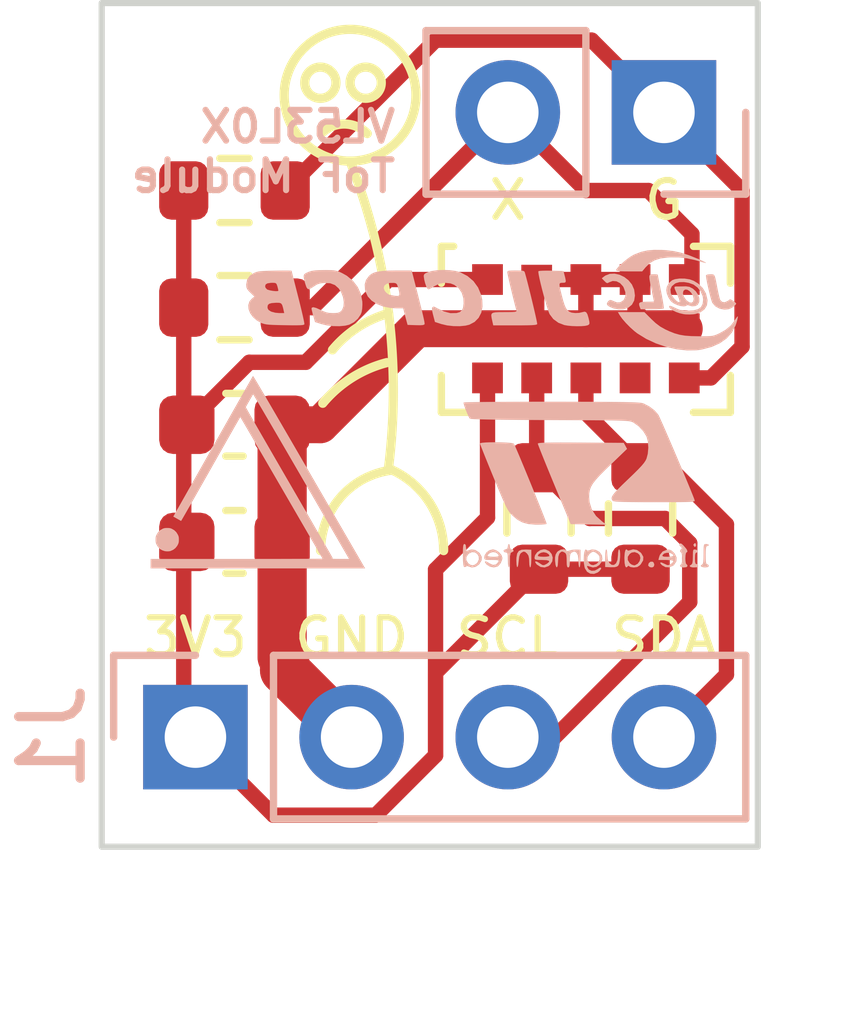
<source format=kicad_pcb>
(kicad_pcb (version 20221018) (generator pcbnew)
  (layers (0 "F.Cu" signal) (31 "B.Cu" signal) (34 "B.Paste" user) (35 "F.Paste" user) (36 "B.SilkS" user "B.Silkscreen") (37 "F.SilkS" user "F.Silkscreen") (38 "B.Mask" user) (39 "F.Mask" user) (44 "Edge.Cuts" user))
  (net 0 "")
  (net 1 "+3V3")
  (net 2 "GND")
  (net 3 "SCL")
  (net 4 "SDA")
  (net 5 "GPIO")
  (net 6 "XSHUT")
  (footprint "Resistor_SMD:R_0603_1608Metric" (layer "F.Cu") (at 73.279 67.564 90)
    (fp_text reference "R2" hide)
    (fp_text value "1.5k" hide)
    (pad "1" smd roundrect (at -0.825 0 90) (size 0.8 0.95) (layers "F.Cu" "F.Paste" "F.Mask") (net 1 "+3V3"))
    (pad "2" smd roundrect (at 0.825 0 90) (size 0.8 0.95) (layers "F.Cu" "F.Paste" "F.Mask") (net 4 "SDA"))
  )
  (footprint "Resistor_SMD:R_0603_1608Metric" (layer "F.Cu") (at 66.675 62.23)
    (fp_text reference "R1" hide)
    (fp_text value "10k" hide)
    (pad "1" smd roundrect (at -0.825 0) (size 0.8 0.95) (layers "F.Cu" "F.Paste" "F.Mask") (net 1 "+3V3"))
    (pad "2" smd roundrect (at 0.825 0) (size 0.8 0.95) (layers "F.Cu" "F.Paste" "F.Mask") (net 5 "GPIO"))
  )
  (footprint "OptoDevice:ST_VL53L0X" (layer "F.Cu") (at 72.39 64.478)
    (fp_text reference "U1" hide)
    (fp_text value "VL53L0X" hide)
    (pad "1" smd rect (at -1.6 -0.8 90) (size 0.5 0.5) (layers "F.Cu" "F.Paste" "F.Mask") (net 1 "+3V3"))
    (pad "2" smd rect (at -0.8 -0.79 90) (size 0.5 0.5) (layers "F.Cu" "F.Paste" "F.Mask") (net 2 "GND"))
    (pad "3" smd rect (at 0 -0.8 90) (size 0.5 0.5) (layers "F.Cu" "F.Paste" "F.Mask") (net 2 "GND"))
    (pad "4" smd rect (at 0.8 -0.8 90) (size 0.5 0.5) (layers "F.Cu" "F.Paste" "F.Mask") (net 2 "GND"))
    (pad "5" smd rect (at 1.6 -0.8 90) (size 0.5 0.5) (layers "F.Cu" "F.Paste" "F.Mask") (net 6 "XSHUT"))
    (pad "6" smd rect (at 1.6 0 90) (size 0.5 0.5) (layers "F.Cu" "F.Paste" "F.Mask") (net 2 "GND"))
    (pad "7" smd rect (at 1.6 0.8 90) (size 0.5 0.5) (layers "F.Cu" "F.Paste" "F.Mask") (net 5 "GPIO"))
    (pad "8" smd rect (at 0.8 0.8 90) (size 0.5 0.5) (layers "F.Cu" "F.Paste" "F.Mask"))
    (pad "9" smd rect (at 0 0.8 90) (size 0.5 0.5) (layers "F.Cu" "F.Paste" "F.Mask") (net 4 "SDA"))
    (pad "10" smd rect (at -0.8 0.8 90) (size 0.5 0.5) (layers "F.Cu" "F.Paste" "F.Mask") (net 3 "SCL"))
    (pad "11" smd rect (at -1.6 0.8 90) (size 0.5 0.5) (layers "F.Cu" "F.Paste" "F.Mask") (net 1 "+3V3"))
    (pad "12" smd rect (at -1.6 0 90) (size 0.5 0.5) (layers "F.Cu" "F.Paste" "F.Mask") (net 2 "GND"))
  )
  (footprint "Capacitor_SMD:C_0603_1608Metric" (layer "F.Cu") (at 66.675 67.945)
    (fp_text reference "C1" hide)
    (fp_text value "0.1u" hide)
    (pad "1" smd roundrect (at -0.775 0) (size 0.9 0.95) (layers "F.Cu" "F.Paste" "F.Mask") (net 1 "+3V3"))
    (pad "2" smd roundrect (at 0.775 0) (size 0.9 0.95) (layers "F.Cu" "F.Paste" "F.Mask") (net 2 "GND"))
  )
  (footprint "Capacitor_SMD:C_0603_1608Metric" (layer "F.Cu") (at 66.675 66.04)
    (fp_text reference "C2" hide)
    (fp_text value "4.7u" hide)
    (pad "1" smd roundrect (at -0.775 0) (size 0.9 0.95) (layers "F.Cu" "F.Paste" "F.Mask") (net 1 "+3V3"))
    (pad "2" smd roundrect (at 0.775 0) (size 0.9 0.95) (layers "F.Cu" "F.Paste" "F.Mask") (net 2 "GND"))
  )
  (footprint "Resistor_SMD:R_0603_1608Metric" (layer "F.Cu") (at 66.675 64.135)
    (fp_text reference "R4" hide)
    (fp_text value "10k" hide)
    (pad "1" smd roundrect (at -0.825 0) (size 0.8 0.95) (layers "F.Cu" "F.Paste" "F.Mask") (net 1 "+3V3"))
    (pad "2" smd roundrect (at 0.825 0) (size 0.8 0.95) (layers "F.Cu" "F.Paste" "F.Mask") (net 6 "XSHUT"))
  )
  (footprint "Resistor_SMD:R_0603_1608Metric" (layer "F.Cu") (at 71.628 67.564 90)
    (fp_text reference "R3" hide)
    (fp_text value "1.5k" hide)
    (pad "1" smd roundrect (at -0.825 0 90) (size 0.8 0.95) (layers "F.Cu" "F.Paste" "F.Mask") (net 1 "+3V3"))
    (pad "2" smd roundrect (at 0.825 0 90) (size 0.8 0.95) (layers "F.Cu" "F.Paste" "F.Mask") (net 3 "SCL"))
  )
  (footprint "Connector_PinHeader_2.54mm:PinHeader_1x02_P2.54mm_Vertical" (layer "B.Cu") (at 73.66 60.96 90)
    (fp_text reference "J2" hide)
    (fp_text value "Conn_01x02" hide)
    (pad "1" thru_hole rect (at 0 0 90) (size 1.7 1.7) (drill 1) (layers "*.Cu" "*.Mask") (net 5 "GPIO"))
    (pad "2" thru_hole oval (at 0 -2.54 90) (size 1.7 1.7) (drill 1) (layers "*.Cu" "*.Mask") (net 6 "XSHUT"))
  )
  (footprint "logo:st_logo_small" (layer "B.Cu") (at 72.39 67.056 180)
    (fp_text reference "G***" hide)
    (fp_text value "LOGO" hide)
  )
  (footprint "logo:tuton_logo_small" (layer "B.Cu") (at 67.056 66.802 180)
    (fp_text reference "G***" hide)
    (fp_text value "LOGO" hide)
  )
  (footprint "logo:jlcpcb_log_small" (layer "B.Cu") (at 70.866 64.008 180)
    (fp_text reference "G***" hide)
    (fp_text value "LOGO" hide)
  )
  (footprint "Connector_PinHeader_2.54mm:PinHeader_1x04_P2.54mm_Vertical" (layer "B.Cu") (at 66.04 71.12 -90)
    (fp_text reference "J1" (at 0 2.33 90) (layer "B.SilkS") (effects (justify mirror)))
    (fp_text value "Conn_01x04")
    (pad "1" thru_hole rect (at 0 0 270) (size 1.7 1.7) (drill 1) (layers "*.Cu" "*.Mask") (net 1 "+3V3"))
    (pad "2" thru_hole oval (at 0 -2.54 270) (size 1.7 1.7) (drill 1) (layers "*.Cu" "*.Mask") (net 2 "GND"))
    (pad "3" thru_hole oval (at 0 -5.08 270) (size 1.7 1.7) (drill 1) (layers "*.Cu" "*.Mask") (net 3 "SCL"))
    (pad "4" thru_hole oval (at 0 -7.62 270) (size 1.7 1.7) (drill 1) (layers "*.Cu" "*.Mask") (net 4 "SDA"))
  )
  (gr_arc (start 68.268971 64.821754) (mid 68.680516 64.455954) (end 69.181525 64.227551) (stroke (width 0.15)) (layer "F.SilkS"))
  (gr_arc (start 69.24142 66.777107) (mid 69.85 67.31) (end 70.076554 68.086542) (stroke (width 0.15)) (layer "F.SilkS"))
  (gr_arc (start 68.554849 61.752535) (mid 69.181525 64.227551) (end 69.175573 66.780666) (stroke (width 0.15)) (layer "F.SilkS"))
  (gr_circle (center 68.80885 60.47715) (end 68.80885 60.73115) (stroke (width 0.15)) (fill none) (layer "F.SilkS"))
  (gr_arc (start 68.085398 61.304119) (mid 68.459699 61.149078) (end 68.834 61.304119) (stroke (width 0.15)) (layer "F.SilkS"))
  (gr_arc (start 68.110512 65.690312) (mid 68.58 65.278) (end 69.153093 65.029032) (stroke (width 0.15)) (layer "F.SilkS"))
  (gr_arc (start 68.07609 68.086542) (mid 68.40961 67.210099) (end 69.24142 66.777108) (stroke (width 0.15)) (layer "F.SilkS"))
  (gr_circle (center 68.55485 60.68085) (end 68.80885 61.722) (stroke (width 0.15)) (fill none) (layer "F.SilkS"))
  (gr_circle (center 68.072 60.47715) (end 68.072 60.73115) (stroke (width 0.15)) (fill none) (layer "F.SilkS"))
  (gr_rect (start 64.516 59.182) (end 75.186 72.902) (stroke (width 0.1)) (fill none) (layer "Edge.Cuts"))
  (gr_text "VL53L0X \nToF Module" (at 69.342 62.29) (layer "B.SilkS") (effects (font (size 0.5 0.5) (thickness 0.1) bold) (justify left bottom mirror)))
  (gr_text "X" (at 71.12 62.738) (layer "F.SilkS") (effects (font (size 0.6 0.6) (thickness 0.1) bold) (justify bottom)))
  (gr_text "SCL\n" (at 71.12 69.85) (layer "F.SilkS") (effects (font (size 0.6 0.6) (thickness 0.1) bold) (justify bottom)))
  (gr_text "3V3" (at 66.04 69.85) (layer "F.SilkS") (effects (font (size 0.6 0.6) (thickness 0.1) bold) (justify bottom)))
  (gr_text "GND\n" (at 68.58 69.85) (layer "F.SilkS") (effects (font (size 0.6 0.6) (thickness 0.1) bold) (justify bottom)))
  (gr_text "G" (at 73.66 62.738) (layer "F.SilkS") (effects (font (size 0.6 0.6) (thickness 0.1) bold) (justify bottom)))
  (gr_text "SDA" (at 73.66 69.85) (layer "F.SilkS") (effects (font (size 0.6 0.6) (thickness 0.1) bold) (justify bottom)))
  (segment (start 69.180004 63.678) (end 67.834004 65.024) (width 0.25) (layer "F.Cu") (net 1))
  (segment (start 70.79 67.551) (end 69.945 68.396) (width 0.25) (layer "F.Cu") (net 1))
  (segment (start 67.31 72.39) (end 66.04 71.12) (width 0.25) (layer "F.Cu") (net 1))
  (segment (start 69.945 68.396) (end 69.945 71.416701) (width 0.25) (layer "F.Cu") (net 1))
  (segment (start 69.945 71.416701) (end 68.971701 72.39) (width 0.25) (layer "F.Cu") (net 1))
  (segment (start 68.971701 72.39) (end 67.31 72.39) (width 0.25) (layer "F.Cu") (net 1))
  (segment (start 71.628 68.389) (end 69.945 70.072) (width 0.25) (layer "F.Cu") (net 1))
  (segment (start 66.916 65.024) (end 65.9 66.04) (width 0.25) (layer "F.Cu") (net 1))
  (segment (start 65.85 70.93) (end 66.04 71.12) (width 0.25) (layer "F.Cu") (net 1))
  (segment (start 70.79 65.278) (end 70.79 67.551) (width 0.25) (layer "F.Cu") (net 1))
  (segment (start 70.79 63.678) (end 69.180004 63.678) (width 0.25) (layer "F.Cu") (net 1))
  (segment (start 65.85 62.23) (end 65.85 70.93) (width 0.25) (layer "F.Cu") (net 1))
  (segment (start 69.945 70.072) (end 69.945 71.416701) (width 0.25) (layer "F.Cu") (net 1))
  (segment (start 67.834004 65.024) (end 66.916 65.024) (width 0.25) (layer "F.Cu") (net 1))
  (segment (start 73.279 68.389) (end 71.628 68.389) (width 0.25) (layer "F.Cu") (net 1))
  (segment (start 72.39 63.678) (end 72.39 64.478) (width 0.25) (layer "F.Cu") (net 2))
  (segment (start 67.49 69.85) (end 67.45 69.81) (width 0.8) (layer "F.Cu") (net 2))
  (segment (start 67.45 69.81) (end 67.45 67.945) (width 0.8) (layer "F.Cu") (net 2))
  (segment (start 73.99 64.478) (end 72.39 64.478) (width 0.6) (layer "F.Cu") (net 2))
  (segment (start 72.39 64.478) (end 69.634 64.478) (width 0.6) (layer "F.Cu") (net 2))
  (segment (start 71.3 64.478) (end 70.79 64.478) (width 0.25) (layer "F.Cu") (net 2))
  (segment (start 71.59 63.678) (end 72.39 63.678) (width 0.25) (layer "F.Cu") (net 2))
  (segment (start 67.45 67.945) (end 67.45 66.04) (width 0.8) (layer "F.Cu") (net 2))
  (segment (start 67.49 70.03) (end 67.49 69.85) (width 0.8) (layer "F.Cu") (net 2))
  (segment (start 73.19 63.678) (end 73.19 64.178) (width 0.25) (layer "F.Cu") (net 2))
  (segment (start 73.49 64.478) (end 73.99 64.478) (width 0.25) (layer "F.Cu") (net 2))
  (segment (start 71.59 63.688) (end 71.59 64.188) (width 0.25) (layer "F.Cu") (net 2))
  (segment (start 73.19 64.178) (end 73.49 64.478) (width 0.25) (layer "F.Cu") (net 2))
  (segment (start 71.59 64.188) (end 71.3 64.478) (width 0.25) (layer "F.Cu") (net 2))
  (segment (start 69.634 64.478) (end 68.072 66.04) (width 0.6) (layer "F.Cu") (net 2))
  (segment (start 68.072 66.04) (end 67.45 66.04) (width 0.6) (layer "F.Cu") (net 2))
  (segment (start 73.19 63.678) (end 72.39 63.678) (width 0.25) (layer "F.Cu") (net 2))
  (segment (start 68.58 71.12) (end 67.49 70.03) (width 0.8) (layer "F.Cu") (net 2))
  (segment (start 71.59 65.278) (end 71.59 66.701) (width 0.25) (layer "F.Cu") (net 3))
  (segment (start 74.079 68.923) (end 71.882 71.12) (width 0.25) (layer "F.Cu") (net 3))
  (segment (start 72.453 67.564) (end 73.677004 67.564) (width 0.25) (layer "F.Cu") (net 3))
  (segment (start 74.079 67.965996) (end 74.079 68.923) (width 0.25) (layer "F.Cu") (net 3))
  (segment (start 71.59 66.701) (end 71.628 66.739) (width 0.25) (layer "F.Cu") (net 3))
  (segment (start 71.628 66.739) (end 72.453 67.564) (width 0.25) (layer "F.Cu") (net 3))
  (segment (start 71.882 71.12) (end 71.12 71.12) (width 0.25) (layer "F.Cu") (net 3))
  (segment (start 73.677004 67.564) (end 74.079 67.965996) (width 0.25) (layer "F.Cu") (net 3))
  (segment (start 74.676 67.661) (end 74.676 70.104) (width 0.25) (layer "F.Cu") (net 4))
  (segment (start 72.39 65.85) (end 73.279 66.739) (width 0.25) (layer "F.Cu") (net 4))
  (segment (start 72.39 65.278) (end 72.39 65.85) (width 0.25) (layer "F.Cu") (net 4))
  (segment (start 74.676 70.104) (end 73.66 71.12) (width 0.25) (layer "F.Cu") (net 4))
  (segment (start 73.754 66.739) (end 74.676 67.661) (width 0.25) (layer "F.Cu") (net 4))
  (segment (start 73.279 66.739) (end 73.754 66.739) (width 0.25) (layer "F.Cu") (net 4))
  (segment (start 74.93 64.77) (end 74.422 65.278) (width 0.25) (layer "F.Cu") (net 5))
  (segment (start 74.422 65.278) (end 73.99 65.278) (width 0.25) (layer "F.Cu") (net 5))
  (segment (start 74.93 62.23) (end 74.93 64.77) (width 0.25) (layer "F.Cu") (net 5))
  (segment (start 69.945 59.785) (end 72.485 59.785) (width 0.25) (layer "F.Cu") (net 5))
  (segment (start 73.66 60.96) (end 74.93 62.23) (width 0.25) (layer "F.Cu") (net 5))
  (segment (start 72.485 59.785) (end 73.66 60.96) (width 0.25) (layer "F.Cu") (net 5))
  (segment (start 67.5 62.23) (end 69.945 59.785) (width 0.25) (layer "F.Cu") (net 5))
  (segment (start 72.39 62.23) (end 73.406 62.23) (width 0.25) (layer "F.Cu") (net 6))
  (segment (start 71.12 60.96) (end 71.36186 60.96) (width 0.25) (layer "F.Cu") (net 6))
  (segment (start 74.115 62.939) (end 74.115 63.553) (width 0.25) (layer "F.Cu") (net 6))
  (segment (start 67.5 64.135) (end 67.945 64.135) (width 0.25) (layer "F.Cu") (net 6))
  (segment (start 73.406 62.23) (end 74.115 62.939) (width 0.25) (layer "F.Cu") (net 6))
  (segment (start 73.99 63.58814) (end 73.99 63.678) (width 0.25) (layer "F.Cu") (net 6))
  (segment (start 67.945 64.135) (end 71.12 60.96) (width 0.25) (layer "F.Cu") (net 6))
  (segment (start 74.115 63.553) (end 73.99 63.678) (width 0.25) (layer "F.Cu") (net 6))
  (segment (start 71.12 60.96) (end 72.39 62.23) (width 0.25) (layer "F.Cu") (net 6))
)
</source>
